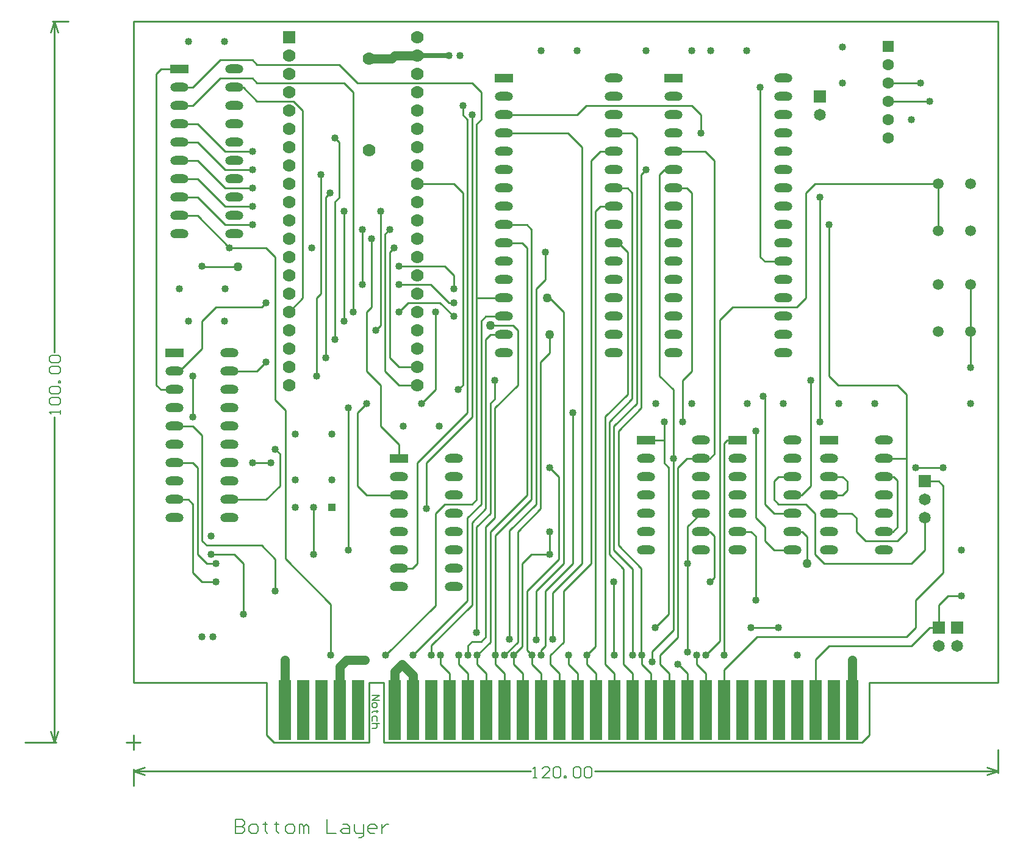
<source format=gbl>
G04*
G04 #@! TF.GenerationSoftware,Altium Limited,CircuitStudio,1.5.2 (30)*
G04*
G04 Layer_Physical_Order=4*
G04 Layer_Color=16711680*
%FSLAX25Y25*%
%MOIN*%
G70*
G01*
G75*
%ADD10R,0.06500X0.32500*%
%ADD11C,0.01000*%
%ADD12C,0.05000*%
%ADD13C,0.00800*%
%ADD14C,0.00600*%
%ADD15C,0.07000*%
%ADD16C,0.04000*%
%ADD17R,0.06500X0.06500*%
%ADD18C,0.06500*%
%ADD19R,0.04000X0.04000*%
%ADD20R,0.10000X0.05000*%
%ADD21O,0.10000X0.05000*%
%ADD22R,0.07000X0.07000*%
%ADD23C,0.05906*%
%ADD24C,0.06300*%
%ADD25R,0.06300X0.06300*%
%ADD26C,0.05000*%
%ADD37C,0.02500*%
D10*
X395000Y1152500D02*
D03*
X665000D02*
D03*
X655000D02*
D03*
X645000D02*
D03*
X635000D02*
D03*
X355000D02*
D03*
X365000D02*
D03*
X375000D02*
D03*
X385000D02*
D03*
X415000D02*
D03*
X425000D02*
D03*
X435000D02*
D03*
X445000D02*
D03*
X455000D02*
D03*
X465000D02*
D03*
X475000D02*
D03*
X485000D02*
D03*
X495000D02*
D03*
X505000D02*
D03*
X515000D02*
D03*
X525000D02*
D03*
X535000D02*
D03*
X545000D02*
D03*
X555000D02*
D03*
X565000D02*
D03*
X575000D02*
D03*
X585000D02*
D03*
X595000D02*
D03*
X605000D02*
D03*
X615000D02*
D03*
X625000D02*
D03*
D11*
X364685Y1377500D02*
Y1480000D01*
X359685Y1485000D02*
X364685Y1480000D01*
X339685Y1485000D02*
X359685D01*
X332185Y1492500D02*
X339685Y1485000D01*
X327185Y1492500D02*
X332185D01*
X357185Y1370000D02*
X364685Y1377500D01*
X339685Y1337500D02*
X344685Y1342500D01*
X324685Y1337500D02*
X339685D01*
X332185Y1205000D02*
Y1232500D01*
X327185Y1237500D02*
X332185Y1232500D01*
X314685Y1237500D02*
X327185D01*
X349685Y1217500D02*
Y1235000D01*
X609685Y1197500D02*
X624685D01*
X699685Y1285000D02*
X714685D01*
X699685Y1197500D02*
Y1212500D01*
X714685Y1227500D01*
Y1275000D01*
X712185Y1277500D02*
X714685Y1275000D01*
X704685Y1277500D02*
X712185D01*
X624685Y1280000D02*
X632185D01*
X622185Y1277500D02*
X624685Y1280000D01*
X622185Y1267500D02*
Y1277500D01*
X704685Y1240000D02*
Y1257500D01*
X697185Y1232500D02*
X704685Y1240000D01*
X649685Y1232500D02*
X697185D01*
X644685Y1237500D02*
X649685Y1232500D01*
X644685Y1237500D02*
Y1260000D01*
X639685Y1265000D02*
X644685Y1260000D01*
X624685Y1265000D02*
X639685D01*
X622185Y1267500D02*
X624685Y1265000D01*
X622185Y1260000D02*
X632185D01*
X617185Y1265000D02*
X622185Y1260000D01*
X617185Y1265000D02*
Y1323115D01*
X616400Y1323900D02*
X617185Y1323115D01*
Y1245000D02*
X622185Y1240000D01*
X612185Y1257500D02*
Y1305000D01*
X617185Y1245000D02*
Y1252500D01*
X612185Y1257500D02*
X617185Y1252500D01*
X612185Y1257500D02*
Y1287500D01*
X697185Y1187500D02*
X707185Y1197500D01*
X712185D01*
Y1210000D01*
X717185Y1215000D01*
X724685D01*
X647185Y1310000D02*
Y1432500D01*
X657185Y1330000D02*
X689685D01*
X652185Y1335000D02*
X657185Y1330000D01*
X652185Y1335000D02*
Y1417500D01*
X694685Y1290000D02*
Y1325000D01*
X689685Y1330000D02*
X694685Y1325000D01*
X589685Y1292500D02*
Y1452500D01*
X584685Y1457500D02*
X589685Y1452500D01*
X567185Y1457500D02*
X584685D01*
X642185Y1275000D02*
Y1332500D01*
X512185Y1232500D02*
Y1315000D01*
X582185Y1467500D02*
Y1477500D01*
X577185Y1482500D02*
X582185Y1477500D01*
X519685Y1482500D02*
X577185D01*
X514685Y1477500D02*
X519685Y1482500D01*
X474685Y1477500D02*
X514685D01*
X452185Y1477500D02*
Y1482500D01*
Y1477500D02*
X454685Y1475000D01*
X457185Y1312500D02*
Y1477500D01*
X487185Y1270000D02*
Y1405000D01*
X484685Y1407500D02*
X487185Y1405000D01*
X474685Y1407500D02*
X484685D01*
X527185Y1457500D02*
X534685D01*
X522185Y1452500D02*
X527185Y1457500D01*
X522185Y1435000D02*
Y1452500D01*
X547185Y1320000D02*
Y1465000D01*
X544685Y1467500D02*
X547185Y1465000D01*
X534685Y1467500D02*
X544685D01*
X599685Y1372500D02*
X634685D01*
X592600Y1365415D02*
X599685Y1372500D01*
X592600Y1190100D02*
Y1365415D01*
X639685Y1377500D02*
Y1435000D01*
X634685Y1372500D02*
X639685Y1377500D01*
Y1435000D02*
X644685Y1440000D01*
X711968D01*
X562185Y1447500D02*
X567185D01*
X559685Y1445000D02*
X562185Y1447500D01*
X559685Y1335000D02*
Y1445000D01*
X684685Y1495000D02*
X702185D01*
X407185Y1307500D02*
Y1330000D01*
X399685Y1337500D02*
X407185Y1330000D01*
X399685Y1337500D02*
Y1370000D01*
X417185Y1290000D02*
Y1297500D01*
X407185Y1307500D02*
X417185Y1297500D01*
X429685Y1320000D02*
X437185Y1327500D01*
X394685Y1315000D02*
X399685Y1320000D01*
Y1370000D02*
X402185Y1372500D01*
Y1410000D01*
X344685Y1267500D02*
X352185Y1275000D01*
X348435Y1271250D02*
X352185Y1275000D01*
Y1292500D01*
X349685Y1295000D02*
X352185Y1292500D01*
X287185Y1327500D02*
X294685D01*
X284685Y1330000D02*
X287185Y1327500D01*
Y1502500D02*
X297185D01*
X284685Y1500000D02*
X287185Y1502500D01*
X284685Y1330000D02*
Y1500000D01*
X457185Y1210000D02*
Y1255000D01*
X435000Y1187815D02*
X457185Y1210000D01*
X435000Y1182500D02*
Y1187815D01*
X522185Y1232500D02*
Y1435000D01*
X507185Y1217500D02*
X522185Y1232500D01*
X507185Y1189685D02*
Y1217500D01*
X500000Y1182500D02*
X507185Y1189685D01*
X501200Y1216515D02*
X517185Y1232500D01*
X501200Y1191300D02*
Y1216515D01*
X517185Y1232500D02*
Y1460000D01*
X497185Y1217500D02*
X512185Y1232500D01*
X497185Y1187500D02*
Y1217500D01*
X495000Y1185315D02*
X497185Y1187500D01*
X507185Y1232500D02*
Y1370000D01*
X492400Y1217715D02*
X507185Y1232500D01*
X492400Y1190800D02*
Y1217715D01*
X504685Y1235000D02*
Y1280000D01*
X487185Y1217500D02*
X504685Y1235000D01*
X487185Y1185315D02*
Y1217500D01*
Y1185315D02*
X490000Y1182500D01*
X489685Y1237500D02*
X499685D01*
X484685Y1232500D02*
X489685Y1237500D01*
X484685Y1187185D02*
Y1232500D01*
X480000Y1182500D02*
X484685Y1187185D01*
X482185Y1250000D02*
X494685Y1262500D01*
X482185Y1189685D02*
Y1250000D01*
X475000Y1182500D02*
X482185Y1189685D01*
X494685Y1262500D02*
Y1342515D01*
X492185Y1265000D02*
Y1382500D01*
X477800Y1250615D02*
X492185Y1265000D01*
X477800Y1191200D02*
Y1250615D01*
X489685Y1267500D02*
Y1415000D01*
X470000Y1247815D02*
X489685Y1267500D01*
X470000Y1182500D02*
Y1247815D01*
X467185Y1250000D02*
X487185Y1270000D01*
X467185Y1189685D02*
Y1250000D01*
X460000Y1182500D02*
X467185Y1189685D01*
X479685Y1362500D02*
X482185Y1360000D01*
Y1330000D02*
Y1360000D01*
X469685Y1317500D02*
X482185Y1330000D01*
X467185Y1362500D02*
X479685D01*
X469685Y1257500D02*
Y1317500D01*
X464685Y1252500D02*
X469685Y1257500D01*
X464685Y1192500D02*
Y1252500D01*
X462185Y1190000D02*
X464685Y1192500D01*
X457185Y1190000D02*
X462185D01*
X455000Y1187815D02*
X457185Y1190000D01*
X455000Y1182500D02*
Y1187815D01*
X459685Y1252500D02*
X467185Y1260000D01*
X459685Y1195000D02*
Y1252500D01*
X469685Y1322500D02*
Y1332500D01*
X467185Y1320000D02*
X469685Y1322500D01*
X467185Y1260000D02*
Y1320000D01*
X457185Y1255000D02*
X464685Y1262500D01*
X454685Y1257500D02*
X462185Y1265000D01*
X454685Y1212185D02*
Y1257500D01*
X425000Y1182500D02*
X454685Y1212185D01*
X464685Y1262500D02*
Y1355000D01*
Y1262500D02*
Y1265000D01*
X462185D02*
Y1365000D01*
X667185Y1250000D02*
X672185Y1245000D01*
X667185Y1250000D02*
Y1257500D01*
X664685Y1260000D02*
X667185Y1257500D01*
X652185Y1260000D02*
X664685D01*
X672185Y1245000D02*
X689685D01*
X694685Y1250000D01*
Y1290000D01*
X682185D02*
X694685D01*
X622185Y1240000D02*
X632185D01*
X589685Y1225000D02*
Y1247500D01*
X587185Y1250000D02*
X589685Y1247500D01*
X582185Y1250000D02*
X587185D01*
X575000Y1252815D02*
X582185Y1260000D01*
X575000Y1232500D02*
Y1252815D01*
X569685Y1285000D02*
X574685Y1290000D01*
X562185Y1300000D02*
Y1310000D01*
Y1287500D02*
Y1300000D01*
X552185D02*
X562185D01*
X549685Y1182815D02*
Y1230000D01*
Y1182815D02*
X550000Y1182500D01*
X549685Y1317500D02*
Y1445000D01*
X537185Y1242500D02*
X549685Y1230000D01*
X537185Y1242500D02*
Y1305000D01*
X549685Y1317500D01*
Y1330000D01*
X534685Y1307500D02*
X547185Y1320000D01*
X534685Y1240000D02*
Y1307500D01*
X544685Y1322500D02*
Y1435000D01*
X532185Y1310000D02*
X544685Y1322500D01*
X532185Y1237500D02*
Y1310000D01*
X542185Y1325000D02*
Y1402500D01*
X530000Y1312815D02*
X542185Y1325000D01*
X530000Y1177500D02*
Y1312815D01*
X549685Y1445000D02*
X552185Y1447500D01*
X545000Y1182500D02*
Y1229685D01*
X534685Y1240000D02*
X545000Y1229685D01*
X532185Y1237500D02*
X540000Y1229685D01*
Y1182500D02*
Y1229685D01*
X567185Y1196185D02*
Y1327500D01*
X587185Y1290000D02*
X589685Y1292500D01*
X582185Y1290000D02*
X587185D01*
X499685Y1237500D02*
Y1250000D01*
X612185Y1212500D02*
Y1247500D01*
X575000Y1184100D02*
Y1232500D01*
X370807Y1237500D02*
Y1263189D01*
X645000Y1180315D02*
X652185Y1187500D01*
X645000Y1152500D02*
Y1180315D01*
X694685Y1192500D02*
X699685Y1197500D01*
X612900Y1192500D02*
X694685D01*
X652185Y1187500D02*
X697185D01*
X534685Y1182815D02*
Y1222500D01*
Y1182815D02*
X535000Y1182500D01*
X564685Y1205000D02*
Y1285000D01*
X557185Y1197500D02*
X564685Y1205000D01*
X342185Y1242500D02*
X349685Y1235000D01*
X317185Y1242500D02*
X342185D01*
X572185Y1310000D02*
Y1332500D01*
X652185Y1270000D02*
X659685D01*
X662185Y1272500D01*
Y1277500D01*
X659685Y1280000D02*
X662185Y1277500D01*
X652185Y1280000D02*
X659685D01*
X432185Y1287500D02*
X457185Y1312500D01*
X432185Y1262500D02*
Y1287500D01*
X427185Y1232500D02*
Y1287500D01*
X424685Y1230000D02*
X427185Y1232500D01*
X417185Y1230000D02*
X424685D01*
X637185Y1270000D02*
X642185Y1275000D01*
X632185Y1270000D02*
X637185D01*
X687500Y1280000D02*
X689685Y1277815D01*
Y1252485D02*
Y1277815D01*
X687200Y1250000D02*
X689685Y1252485D01*
X595000Y1174600D02*
X612900Y1192500D01*
X454685Y1315000D02*
Y1327500D01*
X427185Y1287500D02*
X454685Y1315000D01*
X467185Y1357500D02*
X474685D01*
X464685Y1355000D02*
X467185Y1357500D01*
X464685Y1367500D02*
X474685D01*
X462185Y1365000D02*
X464685Y1367500D01*
X487185Y1417500D02*
X489685Y1415000D01*
X474685Y1417500D02*
X487185D01*
X492185Y1382500D02*
X497185Y1387500D01*
Y1402500D01*
X462185Y1475000D02*
Y1490000D01*
X459685Y1472500D02*
X462185Y1475000D01*
X459685Y1377500D02*
Y1472500D01*
Y1377500D02*
X467185D01*
X410000Y1182500D02*
X437185Y1209685D01*
Y1260000D01*
X442185Y1265000D01*
X457185D01*
X459685Y1267500D01*
Y1377500D01*
X499685Y1347515D02*
Y1357500D01*
X494685Y1342515D02*
X499685Y1347515D01*
Y1377500D02*
X507185Y1370000D01*
X498435Y1377500D02*
X499685D01*
Y1285000D02*
X504685Y1280000D01*
X495000Y1182500D02*
Y1185315D01*
X524685Y1424785D02*
X527400Y1427500D01*
X524685Y1187185D02*
Y1424785D01*
X520000Y1182500D02*
X524685Y1187185D01*
X534685Y1407500D02*
X537185D01*
X542185Y1402500D01*
X530000Y1177500D02*
X535000Y1172500D01*
X534685Y1437500D02*
X542185D01*
X544685Y1435000D01*
X567185Y1437500D02*
X574685D01*
X577185Y1435000D01*
Y1337500D02*
Y1435000D01*
X572185Y1332500D02*
X577185Y1337500D01*
X562185Y1287500D02*
X564685Y1285000D01*
X559685Y1335000D02*
X567185Y1327500D01*
X602185Y1250000D02*
X609685D01*
X612185Y1247500D01*
X587185Y1222500D02*
X589685Y1225000D01*
X640300Y1232500D02*
Y1247300D01*
X437185Y1327500D02*
Y1370000D01*
X569685Y1177500D02*
X570000D01*
X575000Y1172500D01*
X555600Y1184600D02*
X567185Y1196185D01*
X569685Y1192185D02*
Y1285000D01*
X574685Y1290000D02*
X582185D01*
X595000Y1172500D02*
Y1174600D01*
X560000Y1182500D02*
X569685Y1192185D01*
X509685Y1467500D02*
X517185Y1460000D01*
X474685Y1467500D02*
X509685D01*
X344685Y1405000D02*
X349685Y1400000D01*
X324685Y1405000D02*
X344685D01*
X349685Y1321815D02*
Y1400000D01*
Y1321815D02*
X355300Y1316200D01*
X492400Y1190800D02*
X493100Y1191500D01*
X632185Y1250000D02*
X637600D01*
X640300Y1247300D01*
X585000Y1182500D02*
X592600Y1190100D01*
X527400Y1427500D02*
X534685D01*
X595000Y1182500D02*
Y1298200D01*
X596800Y1300000D01*
X602185D01*
X355300Y1235100D02*
Y1316200D01*
Y1235100D02*
X380000Y1210400D01*
Y1182500D02*
Y1210400D01*
X555600Y1178900D02*
Y1184600D01*
X309685Y1395000D02*
X310085Y1394600D01*
X329300D01*
X682185Y1280000D02*
X687500D01*
X682185Y1250000D02*
X687200D01*
X729685Y1359409D02*
Y1385000D01*
Y1339685D02*
Y1359409D01*
X711968Y1414409D02*
Y1440000D01*
X324685Y1267500D02*
X344685D01*
X399685Y1270000D02*
X417185D01*
X394685Y1275000D02*
X399685Y1270000D01*
X394685Y1275000D02*
Y1315000D01*
X389685Y1240000D02*
Y1317500D01*
X449685Y1327500D02*
X452185Y1330000D01*
Y1435000D01*
X447185Y1440000D02*
X452185Y1435000D01*
X427185Y1440000D02*
X447185D01*
X454685Y1327500D02*
Y1475000D01*
X457185Y1495000D02*
X462185Y1490000D01*
X394685Y1495000D02*
X457185D01*
X384685Y1505000D02*
X394685Y1495000D01*
X339685Y1505000D02*
X384685D01*
X467185Y1377500D02*
X474685D01*
X382185Y1355000D02*
Y1430000D01*
Y1465000D02*
X384685Y1462500D01*
Y1432500D02*
Y1462500D01*
X382185Y1430000D02*
X384685Y1432500D01*
X377185Y1345000D02*
Y1432500D01*
X379685Y1435000D01*
X387185Y1495000D02*
X392185Y1490000D01*
X374685Y1380000D02*
Y1445000D01*
X372185Y1377500D02*
X374685Y1380000D01*
X372185Y1335000D02*
Y1377500D01*
X387185Y1365000D02*
Y1425000D01*
X397185Y1385000D02*
Y1415000D01*
X392185Y1370000D02*
Y1490000D01*
X417185Y1395000D02*
X442185D01*
X447185Y1390000D01*
Y1382500D02*
Y1390000D01*
X417185Y1385000D02*
X434685D01*
X444685Y1375000D01*
X447185D01*
X417185Y1370000D02*
X422185Y1375000D01*
X439685D01*
X447185Y1367500D01*
X412185Y1345000D02*
Y1402500D01*
Y1345000D02*
X417185Y1340000D01*
X427185D01*
X417185Y1330000D02*
X427185D01*
X409685Y1337500D02*
X417185Y1330000D01*
X409685Y1337500D02*
Y1412500D01*
X404685Y1360000D02*
X407185Y1362500D01*
Y1425000D01*
X409685Y1412500D02*
X412185Y1415000D01*
Y1402500D02*
X414685Y1405000D01*
X337185Y1507500D02*
X339685Y1505000D01*
X319685Y1507500D02*
X337185D01*
X304685Y1492500D02*
X319685Y1507500D01*
X297185Y1492500D02*
X304685D01*
X339685Y1495000D02*
X387185D01*
X337185Y1497500D02*
X339685Y1495000D01*
X319685Y1497500D02*
X337185D01*
X304685Y1482500D02*
X319685Y1497500D01*
X297185Y1482500D02*
X304685D01*
X297185Y1472500D02*
X307185D01*
X322185Y1457500D02*
X337185D01*
X307185Y1472500D02*
X322185Y1457500D01*
X307185Y1422500D02*
X324685Y1405000D01*
X297185Y1422500D02*
X307185D01*
X322185Y1417500D02*
X337185D01*
X307185Y1432500D02*
X322185Y1417500D01*
X297185Y1432500D02*
X307185D01*
X322185Y1427500D02*
X337185D01*
X307185Y1442500D02*
X322185Y1427500D01*
X297185Y1442500D02*
X307185D01*
X322185Y1437500D02*
X337185D01*
X307185Y1452500D02*
X322185Y1437500D01*
X297185Y1452500D02*
X307185D01*
X322185Y1447500D02*
X337185D01*
X307185Y1462500D02*
X322185Y1447500D01*
X297185Y1462500D02*
X307185D01*
X342185Y1372500D02*
X344685Y1375000D01*
X317185Y1372500D02*
X342185D01*
X297185Y1337500D02*
X309685Y1350000D01*
Y1365000D02*
X317185Y1372500D01*
X309685Y1350000D02*
Y1365000D01*
X294685Y1337500D02*
X297185D01*
X595000Y1152500D02*
Y1172500D01*
X585000Y1152500D02*
Y1172500D01*
X580000Y1177500D02*
X585000Y1172500D01*
X580000Y1177500D02*
Y1182500D01*
X575000Y1152500D02*
Y1172500D01*
X565000Y1152500D02*
Y1172500D01*
X560000Y1177500D02*
X565000Y1172500D01*
X560000Y1177500D02*
Y1182500D01*
X555000Y1152500D02*
Y1172500D01*
X550000Y1177500D02*
X555000Y1172500D01*
X550000Y1177500D02*
Y1182500D01*
X545000Y1152500D02*
Y1172500D01*
X540000Y1177500D02*
X545000Y1172500D01*
X540000Y1177500D02*
Y1182500D01*
X535000Y1152500D02*
Y1172500D01*
X525000Y1152500D02*
Y1172500D01*
X520000Y1177500D02*
X525000Y1172500D01*
X520000Y1177500D02*
Y1182500D01*
X515000Y1152500D02*
Y1172500D01*
X510000Y1177500D02*
X515000Y1172500D01*
X510000Y1177500D02*
Y1182500D01*
X505000Y1152500D02*
Y1172500D01*
X500000Y1177500D02*
X505000Y1172500D01*
X500000Y1177500D02*
Y1182500D01*
X495000Y1152500D02*
Y1172500D01*
X490000Y1177500D02*
X495000Y1172500D01*
X490000Y1177500D02*
Y1182500D01*
X485000Y1152500D02*
Y1172500D01*
X480000Y1177500D02*
X485000Y1172500D01*
X480000Y1177500D02*
Y1182500D01*
X475000Y1152500D02*
Y1172500D01*
X470000Y1177500D02*
X475000Y1172500D01*
X470000Y1177500D02*
Y1182500D01*
X465000Y1152500D02*
Y1172500D01*
X460000Y1177500D02*
X465000Y1172500D01*
X460000Y1177500D02*
Y1182500D01*
X455000Y1152500D02*
Y1172500D01*
X450000Y1177500D02*
X455000Y1172500D01*
X450000Y1177500D02*
Y1182500D01*
X440000Y1177500D02*
Y1182500D01*
Y1177500D02*
X445000Y1172500D01*
Y1152500D02*
Y1172500D01*
X309685Y1245000D02*
X312185Y1242500D01*
X317185D01*
X307185Y1237500D02*
X312185Y1232500D01*
X317185D01*
X304685Y1227500D02*
X309685Y1222500D01*
X317185D01*
X309685Y1245000D02*
Y1302500D01*
X307185Y1237500D02*
Y1285000D01*
X304685Y1312500D02*
Y1335000D01*
Y1307500D02*
X309685Y1302500D01*
X294685Y1307500D02*
X304685D01*
Y1287500D02*
X307185Y1285000D01*
X294685Y1287500D02*
X304685D01*
Y1227500D02*
Y1265000D01*
X302185Y1267500D02*
X304685Y1265000D01*
X294685Y1267500D02*
X302185D01*
X337185Y1287500D02*
X347185D01*
X617185Y1397500D02*
X627185D01*
X614685Y1400000D02*
X617185Y1397500D01*
X614685Y1400000D02*
Y1492500D01*
X684685Y1475000D02*
X684685D01*
Y1485000D02*
X707185D01*
X684685Y1495000D02*
X684685D01*
X744626Y1118252D02*
Y1131063D01*
X272185Y1111378D02*
Y1120252D01*
X524400Y1119252D02*
X744626D01*
X272185D02*
X489211D01*
X738626Y1121252D02*
X744626Y1119252D01*
X738626Y1117252D02*
X744626Y1119252D01*
X272185D02*
X278185Y1117252D01*
X272185Y1119252D02*
X278185Y1121252D01*
X227878Y1528701D02*
X236752D01*
X213130Y1135000D02*
X229878D01*
X228878Y1347845D02*
Y1528701D01*
Y1135000D02*
Y1312656D01*
X226878Y1522701D02*
X228878Y1528701D01*
X230878Y1522701D01*
X228878Y1135000D02*
X230878Y1141000D01*
X226878D02*
X228878Y1135000D01*
X401000Y1167500D02*
X409000D01*
X401000Y1135000D02*
Y1167500D01*
X350000Y1135000D02*
X401000D01*
X409000D02*
Y1167500D01*
Y1135000D02*
X670000D01*
X272185Y1131063D02*
Y1138937D01*
X268248Y1135000D02*
X276122D01*
X349700D02*
X401000D01*
X409000D02*
Y1167500D01*
X401000Y1135000D02*
Y1167500D01*
X409000Y1135000D02*
X670300D01*
X674300Y1139000D02*
Y1167500D01*
X670300Y1135000D02*
X674300Y1139000D01*
X344937D02*
Y1167480D01*
Y1139000D02*
X348937Y1135000D01*
X349700D01*
X272185Y1167480D02*
Y1528701D01*
X744626D01*
Y1167500D02*
Y1528701D01*
X674300Y1167500D02*
X744449D01*
X272185Y1167480D02*
X344937D01*
D12*
X388622Y1180000D02*
X398622D01*
X385000Y1152500D02*
Y1176378D01*
X415070Y1510000D02*
X427185D01*
X413200Y1508130D02*
X415070Y1510000D01*
X401122Y1508130D02*
X413200D01*
X355000Y1172500D02*
Y1180000D01*
Y1152500D02*
Y1172500D01*
X385000Y1176378D02*
X388622Y1180000D01*
X665000Y1152500D02*
Y1172500D01*
Y1180000D01*
X425000Y1152500D02*
Y1171437D01*
X415000Y1152500D02*
Y1173563D01*
X418937Y1177500D02*
X425000Y1171437D01*
X415000Y1173563D02*
X418937Y1177500D01*
D13*
X327913Y1092813D02*
Y1085315D01*
X331662D01*
X332912Y1086565D01*
Y1087814D01*
X331662Y1089064D01*
X327913D01*
X331662D01*
X332912Y1090313D01*
Y1091563D01*
X331662Y1092813D01*
X327913D01*
X336661Y1085315D02*
X339160D01*
X340409Y1086565D01*
Y1089064D01*
X339160Y1090313D01*
X336661D01*
X335411Y1089064D01*
Y1086565D01*
X336661Y1085315D01*
X344158Y1091563D02*
Y1090313D01*
X342909D01*
X345408D01*
X344158D01*
Y1086565D01*
X345408Y1085315D01*
X350406Y1091563D02*
Y1090313D01*
X349156D01*
X351656D01*
X350406D01*
Y1086565D01*
X351656Y1085315D01*
X356654D02*
X359153D01*
X360403Y1086565D01*
Y1089064D01*
X359153Y1090313D01*
X356654D01*
X355404Y1089064D01*
Y1086565D01*
X356654Y1085315D01*
X362902D02*
Y1090313D01*
X364152D01*
X365401Y1089064D01*
Y1085315D01*
Y1089064D01*
X366651Y1090313D01*
X367900Y1089064D01*
Y1085315D01*
X377897Y1092813D02*
Y1085315D01*
X382896D01*
X386644Y1090313D02*
X389144D01*
X390393Y1089064D01*
Y1085315D01*
X386644D01*
X385395Y1086565D01*
X386644Y1087814D01*
X390393D01*
X392892Y1090313D02*
Y1086565D01*
X394142Y1085315D01*
X397891D01*
Y1084065D01*
X396641Y1082816D01*
X395392D01*
X397891Y1085315D02*
Y1090313D01*
X404139Y1085315D02*
X401640D01*
X400390Y1086565D01*
Y1089064D01*
X401640Y1090313D01*
X404139D01*
X405388Y1089064D01*
Y1087814D01*
X400390D01*
X407888Y1090313D02*
Y1085315D01*
Y1087814D01*
X409137Y1089064D01*
X410387Y1090313D01*
X411636D01*
X402500Y1160500D02*
X406499D01*
X402500Y1157834D01*
X406499D01*
X402500Y1155835D02*
Y1154502D01*
X403166Y1153835D01*
X404499D01*
X405166Y1154502D01*
Y1155835D01*
X404499Y1156501D01*
X403166D01*
X402500Y1155835D01*
X405832Y1151836D02*
X405166D01*
Y1152503D01*
Y1151170D01*
Y1151836D01*
X403166D01*
X402500Y1151170D01*
X405166Y1146504D02*
Y1148504D01*
X404499Y1149170D01*
X403166D01*
X402500Y1148504D01*
Y1146504D01*
X406499Y1145172D02*
X402500D01*
X404499D01*
X405166Y1144505D01*
Y1143172D01*
X404499Y1142506D01*
X402500D01*
D14*
X490811Y1115653D02*
X492810D01*
X491810D01*
Y1121651D01*
X490811Y1120651D01*
X499808Y1115653D02*
X495809D01*
X499808Y1119652D01*
Y1120651D01*
X498808Y1121651D01*
X496809D01*
X495809Y1120651D01*
X501807D02*
X502807Y1121651D01*
X504806D01*
X505806Y1120651D01*
Y1116653D01*
X504806Y1115653D01*
X502807D01*
X501807Y1116653D01*
Y1120651D01*
X507805Y1115653D02*
Y1116653D01*
X508805D01*
Y1115653D01*
X507805D01*
X512804Y1120651D02*
X513803Y1121651D01*
X515802D01*
X516802Y1120651D01*
Y1116653D01*
X515802Y1115653D01*
X513803D01*
X512804Y1116653D01*
Y1120651D01*
X518802D02*
X519801Y1121651D01*
X521801D01*
X522800Y1120651D01*
Y1116653D01*
X521801Y1115653D01*
X519801D01*
X518802Y1116653D01*
Y1120651D01*
X232477Y1314256D02*
Y1316255D01*
Y1315255D01*
X226479D01*
X227479Y1314256D01*
Y1319254D02*
X226479Y1320254D01*
Y1322253D01*
X227479Y1323253D01*
X231477D01*
X232477Y1322253D01*
Y1320254D01*
X231477Y1319254D01*
X227479D01*
Y1325252D02*
X226479Y1326252D01*
Y1328251D01*
X227479Y1329251D01*
X231477D01*
X232477Y1328251D01*
Y1326252D01*
X231477Y1325252D01*
X227479D01*
X232477Y1331250D02*
X231477D01*
Y1332250D01*
X232477D01*
Y1331250D01*
X227479Y1336248D02*
X226479Y1337248D01*
Y1339248D01*
X227479Y1340247D01*
X231477D01*
X232477Y1339248D01*
Y1337248D01*
X231477Y1336248D01*
X227479D01*
Y1342247D02*
X226479Y1343246D01*
Y1345245D01*
X227479Y1346245D01*
X231477D01*
X232477Y1345245D01*
Y1343246D01*
X231477Y1342247D01*
X227479D01*
D15*
X401122Y1458130D02*
D03*
Y1508130D02*
D03*
X427185Y1520000D02*
D03*
Y1510000D02*
D03*
Y1500000D02*
D03*
Y1490000D02*
D03*
Y1480000D02*
D03*
Y1470000D02*
D03*
Y1460000D02*
D03*
Y1450000D02*
D03*
Y1440000D02*
D03*
Y1430000D02*
D03*
Y1420000D02*
D03*
Y1410000D02*
D03*
Y1400000D02*
D03*
Y1390000D02*
D03*
Y1380000D02*
D03*
Y1370000D02*
D03*
Y1360000D02*
D03*
Y1350000D02*
D03*
Y1340000D02*
D03*
Y1330000D02*
D03*
X357185D02*
D03*
Y1340000D02*
D03*
Y1350000D02*
D03*
Y1360000D02*
D03*
Y1370000D02*
D03*
Y1380000D02*
D03*
Y1390000D02*
D03*
Y1400000D02*
D03*
Y1410000D02*
D03*
Y1420000D02*
D03*
Y1430000D02*
D03*
Y1440000D02*
D03*
Y1450000D02*
D03*
Y1460000D02*
D03*
Y1470000D02*
D03*
Y1480000D02*
D03*
Y1490000D02*
D03*
Y1500000D02*
D03*
Y1510000D02*
D03*
D16*
X724685Y1215000D02*
D03*
Y1240000D02*
D03*
X380807Y1278189D02*
D03*
Y1303189D02*
D03*
X297185Y1382500D02*
D03*
X322185D02*
D03*
X321870Y1365000D02*
D03*
X302185D02*
D03*
X321870Y1517500D02*
D03*
X302185D02*
D03*
X495000Y1512500D02*
D03*
X514685D02*
D03*
X450591Y1510000D02*
D03*
X444685D02*
D03*
X659685Y1514685D02*
D03*
Y1495000D02*
D03*
X587500Y1512500D02*
D03*
X607185D02*
D03*
X552185D02*
D03*
X577185D02*
D03*
X729685Y1339685D02*
D03*
Y1320000D02*
D03*
X657500D02*
D03*
X677185D02*
D03*
X607500D02*
D03*
X627185D02*
D03*
X557500D02*
D03*
X577185D02*
D03*
X439370Y1307500D02*
D03*
X419685D02*
D03*
X360807Y1263189D02*
D03*
X370807D02*
D03*
X360807Y1278189D02*
D03*
Y1303189D02*
D03*
X315591Y1192500D02*
D03*
X309685D02*
D03*
X344685Y1342500D02*
D03*
X332185Y1205000D02*
D03*
X349685Y1217500D02*
D03*
X609685Y1197500D02*
D03*
X624685D02*
D03*
X714685Y1285000D02*
D03*
X699685D02*
D03*
X647185Y1310000D02*
D03*
X612185Y1305000D02*
D03*
X652185Y1417500D02*
D03*
X647185Y1432500D02*
D03*
X642185Y1332500D02*
D03*
X512185Y1315000D02*
D03*
X582185Y1467500D02*
D03*
X452185Y1482500D02*
D03*
X457185Y1477500D02*
D03*
X429685Y1320000D02*
D03*
X399685D02*
D03*
X402185Y1410000D02*
D03*
X349685Y1295000D02*
D03*
X459685Y1195000D02*
D03*
X469685Y1332500D02*
D03*
X499685Y1237500D02*
D03*
Y1250000D02*
D03*
X612185Y1212500D02*
D03*
X575000Y1232500D02*
D03*
X370807Y1237500D02*
D03*
X557185Y1197500D02*
D03*
X572185Y1310000D02*
D03*
X562185D02*
D03*
X432185Y1262500D02*
D03*
X497185Y1402500D02*
D03*
X499685Y1285000D02*
D03*
X534685Y1222500D02*
D03*
X552185Y1447500D02*
D03*
X567185Y1290000D02*
D03*
X587185Y1222500D02*
D03*
X569685Y1177500D02*
D03*
X555600Y1178900D02*
D03*
X575000Y1184100D02*
D03*
X477800Y1191200D02*
D03*
X492400Y1190800D02*
D03*
X501200Y1191300D02*
D03*
X616400Y1323900D02*
D03*
X389685Y1240000D02*
D03*
Y1317500D02*
D03*
X449685Y1327500D02*
D03*
X397185Y1415000D02*
D03*
X387185Y1425000D02*
D03*
X379685Y1435000D02*
D03*
X382185Y1465000D02*
D03*
X374685Y1445000D02*
D03*
X397185Y1385000D02*
D03*
X392185Y1370000D02*
D03*
X387185Y1365000D02*
D03*
X382185Y1355000D02*
D03*
X372185Y1335000D02*
D03*
X377185Y1345000D02*
D03*
X417185Y1395000D02*
D03*
Y1385000D02*
D03*
Y1370000D02*
D03*
X447185Y1367500D02*
D03*
Y1375000D02*
D03*
Y1382500D02*
D03*
X437185Y1370000D02*
D03*
X344685Y1375000D02*
D03*
X337185Y1417500D02*
D03*
Y1427500D02*
D03*
Y1437500D02*
D03*
Y1447500D02*
D03*
Y1457500D02*
D03*
X324685Y1405000D02*
D03*
X369685D02*
D03*
X414685D02*
D03*
X412185Y1415000D02*
D03*
X407185Y1425000D02*
D03*
X580000Y1182500D02*
D03*
X550000D02*
D03*
X520000D02*
D03*
X510000D02*
D03*
X490000D02*
D03*
X480000D02*
D03*
X470000D02*
D03*
X460000D02*
D03*
X450000D02*
D03*
X440000D02*
D03*
X635000D02*
D03*
X595000D02*
D03*
X585000D02*
D03*
X545000D02*
D03*
X535000D02*
D03*
X495000D02*
D03*
X475000D02*
D03*
X455000D02*
D03*
X435000D02*
D03*
X425000D02*
D03*
X410000D02*
D03*
X380000D02*
D03*
X314685Y1247500D02*
D03*
Y1237500D02*
D03*
X317185Y1232500D02*
D03*
Y1222500D02*
D03*
X309685Y1395000D02*
D03*
X304685Y1335000D02*
D03*
Y1312500D02*
D03*
X404685Y1360000D02*
D03*
X347185Y1287500D02*
D03*
X337185D02*
D03*
X614685Y1492500D02*
D03*
X697185Y1475000D02*
D03*
X702185Y1495000D02*
D03*
X707185Y1485000D02*
D03*
X391122Y1180000D02*
D03*
X398622D02*
D03*
X665000D02*
D03*
Y1172500D02*
D03*
X418937Y1177500D02*
D03*
X355000Y1172500D02*
D03*
Y1180000D02*
D03*
D17*
X704685Y1277500D02*
D03*
X712185Y1197500D02*
D03*
X722185D02*
D03*
X647185Y1487500D02*
D03*
D18*
X704685Y1267500D02*
D03*
Y1257500D02*
D03*
X712185Y1187500D02*
D03*
X722185D02*
D03*
X647185Y1477500D02*
D03*
D19*
X380807Y1263189D02*
D03*
D20*
X567185Y1497500D02*
D03*
X474685Y1497500D02*
D03*
X602185Y1300000D02*
D03*
X417185Y1290000D02*
D03*
X294685Y1347500D02*
D03*
X297185Y1502500D02*
D03*
X552185Y1300000D02*
D03*
X652185D02*
D03*
D21*
X567185Y1487500D02*
D03*
Y1477500D02*
D03*
Y1467500D02*
D03*
Y1457500D02*
D03*
Y1447500D02*
D03*
Y1437500D02*
D03*
Y1427500D02*
D03*
Y1417500D02*
D03*
Y1407500D02*
D03*
Y1397500D02*
D03*
Y1387500D02*
D03*
Y1377500D02*
D03*
Y1367500D02*
D03*
Y1357500D02*
D03*
Y1347500D02*
D03*
X627185Y1497500D02*
D03*
Y1487500D02*
D03*
Y1477500D02*
D03*
Y1467500D02*
D03*
Y1457500D02*
D03*
Y1447500D02*
D03*
Y1437500D02*
D03*
Y1427500D02*
D03*
Y1417500D02*
D03*
Y1407500D02*
D03*
Y1397500D02*
D03*
Y1387500D02*
D03*
Y1377500D02*
D03*
Y1367500D02*
D03*
Y1357500D02*
D03*
Y1347500D02*
D03*
X474685Y1487500D02*
D03*
Y1477500D02*
D03*
Y1467500D02*
D03*
Y1457500D02*
D03*
Y1447500D02*
D03*
Y1437500D02*
D03*
Y1427500D02*
D03*
Y1417500D02*
D03*
Y1407500D02*
D03*
Y1397500D02*
D03*
Y1387500D02*
D03*
Y1377500D02*
D03*
Y1367500D02*
D03*
Y1357500D02*
D03*
Y1347500D02*
D03*
X534685Y1497500D02*
D03*
Y1487500D02*
D03*
Y1477500D02*
D03*
Y1467500D02*
D03*
Y1457500D02*
D03*
Y1447500D02*
D03*
Y1437500D02*
D03*
Y1427500D02*
D03*
Y1417500D02*
D03*
Y1407500D02*
D03*
Y1397500D02*
D03*
Y1387500D02*
D03*
Y1377500D02*
D03*
Y1367500D02*
D03*
Y1357500D02*
D03*
Y1347500D02*
D03*
X602185Y1240000D02*
D03*
Y1250000D02*
D03*
Y1260000D02*
D03*
Y1270000D02*
D03*
Y1280000D02*
D03*
Y1290000D02*
D03*
X632185Y1240000D02*
D03*
Y1300000D02*
D03*
Y1290000D02*
D03*
Y1280000D02*
D03*
Y1270000D02*
D03*
Y1260000D02*
D03*
Y1250000D02*
D03*
X417185Y1230000D02*
D03*
Y1240000D02*
D03*
Y1250000D02*
D03*
Y1260000D02*
D03*
Y1270000D02*
D03*
Y1280000D02*
D03*
Y1220000D02*
D03*
X447185Y1270000D02*
D03*
Y1260000D02*
D03*
Y1250000D02*
D03*
Y1240000D02*
D03*
Y1230000D02*
D03*
Y1220000D02*
D03*
Y1280000D02*
D03*
Y1290000D02*
D03*
X324685Y1307500D02*
D03*
Y1297500D02*
D03*
X294685Y1267500D02*
D03*
Y1257500D02*
D03*
X324685D02*
D03*
Y1267500D02*
D03*
Y1277500D02*
D03*
Y1287500D02*
D03*
X294685Y1277500D02*
D03*
Y1337500D02*
D03*
Y1327500D02*
D03*
Y1317500D02*
D03*
Y1307500D02*
D03*
Y1297500D02*
D03*
Y1287500D02*
D03*
X324685Y1327500D02*
D03*
Y1317500D02*
D03*
Y1337500D02*
D03*
Y1347500D02*
D03*
X327185Y1462500D02*
D03*
Y1452500D02*
D03*
X297185Y1422500D02*
D03*
Y1412500D02*
D03*
X327185D02*
D03*
Y1422500D02*
D03*
Y1432500D02*
D03*
Y1442500D02*
D03*
X297185Y1432500D02*
D03*
Y1492500D02*
D03*
Y1482500D02*
D03*
Y1472500D02*
D03*
Y1462500D02*
D03*
Y1452500D02*
D03*
Y1442500D02*
D03*
X327185Y1482500D02*
D03*
Y1472500D02*
D03*
Y1492500D02*
D03*
Y1502500D02*
D03*
X552185Y1240000D02*
D03*
Y1250000D02*
D03*
Y1260000D02*
D03*
Y1270000D02*
D03*
Y1280000D02*
D03*
Y1290000D02*
D03*
X582185Y1240000D02*
D03*
Y1300000D02*
D03*
Y1290000D02*
D03*
Y1280000D02*
D03*
Y1270000D02*
D03*
Y1260000D02*
D03*
Y1250000D02*
D03*
X652185Y1240000D02*
D03*
Y1250000D02*
D03*
Y1260000D02*
D03*
Y1270000D02*
D03*
Y1280000D02*
D03*
Y1290000D02*
D03*
X682185Y1240000D02*
D03*
Y1300000D02*
D03*
Y1290000D02*
D03*
Y1280000D02*
D03*
Y1270000D02*
D03*
Y1260000D02*
D03*
Y1250000D02*
D03*
D22*
X357185Y1520000D02*
D03*
D23*
X711968Y1440000D02*
D03*
X729685D02*
D03*
X711968Y1414409D02*
D03*
X729685D02*
D03*
X711968Y1385000D02*
D03*
X729685D02*
D03*
X711968Y1359409D02*
D03*
X729685D02*
D03*
D24*
X684685Y1465000D02*
D03*
Y1475000D02*
D03*
Y1485000D02*
D03*
Y1495000D02*
D03*
Y1505000D02*
D03*
D25*
Y1515000D02*
D03*
D26*
X467185Y1362500D02*
D03*
X499685Y1357500D02*
D03*
X498435Y1377500D02*
D03*
X640300Y1232500D02*
D03*
X329300Y1394600D02*
D03*
D37*
X427185Y1510000D02*
X444685D01*
M02*

</source>
